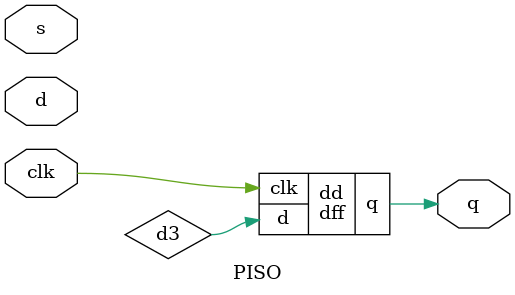
<source format=v>
`timescale 1ns / 1ps

module m(I, s ,q);
    input s;
    input [1:0] I;
    output reg q;
    always @ * begin
    if(s)
    q=I[1];
    else
    q=I[0];
    end
    endmodule

module dff(d,clk,q);
    input d,clk;
    output q;
    reg q=0;
    always @ (posedge clk)
    begin
    q<=d;
    end
endmodule

module PISO(d, clk, s, q);
    input [3:0]d;
input clk,s;
    output q;
    wire q1,q2,q3,d1,d2,d3;
    dff a(d[3],clk,q1);
    m a1(q1,d[2],s,d1);
    dff b(d1,clk,q2);
    m b1(q2,d[1],s,d2);
    dff c(d2,clk,q3);
    m c1(q3,d[0],s,d3);
    dff dd(d3,clk,q);
endmodule


</source>
